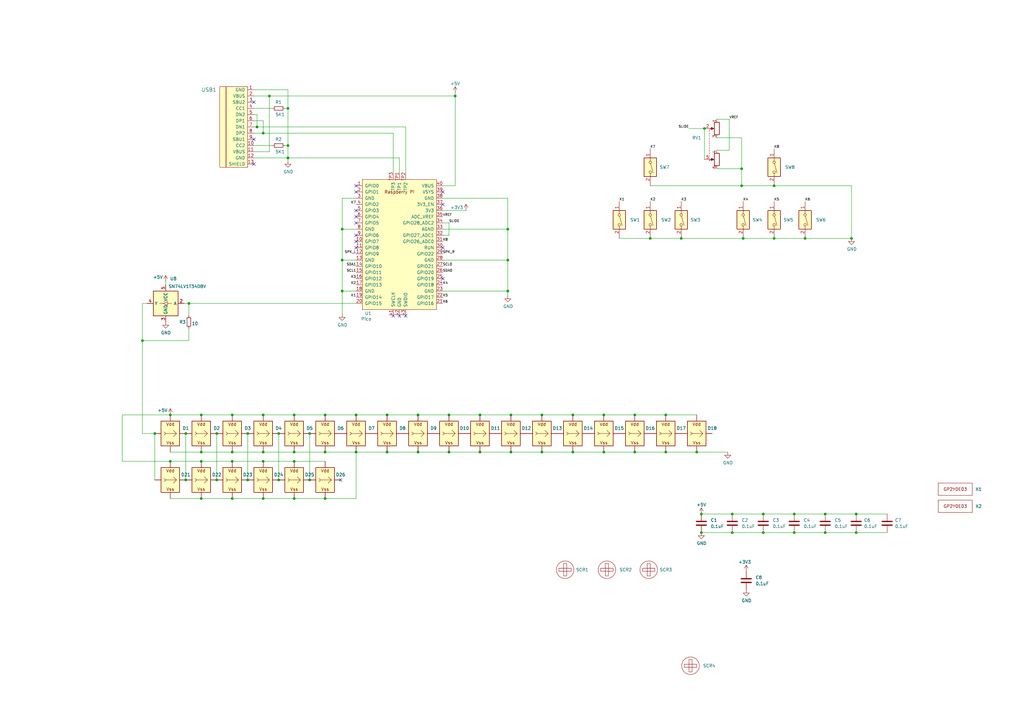
<source format=kicad_sch>
(kicad_sch (version 20211123) (generator eeschema)
  (paper "A3")
  (lib_symbols
    (symbol "Device:C" (pin_numbers hide) (pin_names (offset 0.254))
      (property "Reference" "C" (at 0.635 2.54 0))
      (property "Value" "C" (at 0.635 -2.54 0))
      (symbol "C_0_1"
        (polyline (pts (xy -2.032 -0.762) (xy 2.032 -0.762)) (stroke (width 0.508)))
        (polyline (pts (xy -2.032 0.762) (xy 2.032 0.762)) (stroke (width 0.508)))
      )
      (symbol "C_1_1"
        (pin passive line (at 0 3.81 270) (length 2.794) (name "~") (number "1"))
        (pin passive line (at 0 -3.81 90) (length 2.794) (name "~") (number "2"))
      )
    )
    (symbol "Device:R_Potentiometer_Dual" (pin_names (offset 1.016) hide)
      (property "Reference" "RV" (at 0 3.81 0))
      (property "Value" "R_Potentiometer_Dual" (at 0 1.905 0))
      (symbol "R_Potentiometer_Dual_0_1"
        (rectangle (start -8.89 -1.524) (end -3.81 -3.556) (stroke (width 0.254)))
        (polyline (pts (xy -6.35 0) (xy -6.35 -1.016)))
        (polyline (pts (xy -6.35 0) (xy -6.35 -1.016)))
        (polyline (pts (xy -6.35 0) (xy -5.842 0.508)))
        (polyline (pts (xy -5.588 0.508) (xy -5.08 0.508)))
        (polyline (pts (xy -4.572 0.508) (xy -4.064 0.508)))
        (polyline (pts (xy -3.556 0.508) (xy -3.048 0.508)))
        (polyline (pts (xy -2.54 0.508) (xy -2.032 0.508)))
        (polyline (pts (xy -1.524 0.508) (xy -1.016 0.508)))
        (polyline (pts (xy -0.508 0.508) (xy 0 0.508)))
        (polyline (pts (xy 0.508 0.508) (xy 1.016 0.508)))
        (polyline (pts (xy 1.524 0.508) (xy 2.032 0.508)))
        (polyline (pts (xy 2.54 0.508) (xy 3.048 0.508)))
        (polyline (pts (xy 3.556 0.508) (xy 4.064 0.508)))
        (polyline (pts (xy 4.572 0.508) (xy 5.08 0.508)))
        (polyline (pts (xy 5.588 0.508) (xy 6.096 0.508)))
        (polyline (pts (xy 6.35 0) (xy 6.35 -1.016)))
        (polyline (pts (xy 6.35 0) (xy 6.35 -1.016)))
        (polyline (pts (xy 6.604 0.508) (xy 6.858 0.508) (xy 6.35 0)))
        (polyline (pts (xy -6.35 -1.397) (xy -6.858 -0.254) (xy -5.842 -0.254) (xy -6.35 -1.397)) (fill (type outline)))
        (polyline (pts (xy 6.35 -1.397) (xy 5.842 -0.254) (xy 6.858 -0.254) (xy 6.35 -1.397)) (fill (type outline)))
        (rectangle (start 3.81 -1.524) (end 8.89 -3.556) (stroke (width 0.254)))
      )
      (symbol "R_Potentiometer_Dual_1_1"
        (pin passive line (at -10.16 -2.54 0) (length 1.27) (name "1") (number "1"))
        (pin passive line (at -6.35 2.54 270) (length 2.54) (name "2") (number "2"))
        (pin passive line (at -2.54 -2.54 180) (length 1.27) (name "3") (number "3"))
        (pin passive line (at 2.54 -2.54 0) (length 1.27) (name "4") (number "4"))
        (pin passive line (at 6.35 2.54 270) (length 2.54) (name "5") (number "5"))
        (pin passive line (at 10.16 -2.54 180) (length 1.27) (name "6") (number "6"))
      )
    )
    (symbol "Device:R_Small" (pin_numbers hide) (pin_names (offset 0.254) hide)
      (property "Reference" "R" (at 0.762 0.508 0))
      (property "Value" "R_Small" (at 0.762 -1.016 0))
      (symbol "R_Small_0_1"
        (rectangle (start -0.762 1.778) (end 0.762 -1.778) (stroke (width 0.2032)))
      )
      (symbol "R_Small_1_1"
        (pin passive line (at 0 2.54 270) (length 0.762) (name "~") (number "1"))
        (pin passive line (at 0 -2.54 90) (length 0.762) (name "~") (number "2"))
      )
    )
    (symbol "Logic_LevelTranslator:SN74LV1T34DBV"
      (property "Reference" "U" (at 5.08 6.35 0))
      (property "Value" "SN74LV1T34DBV" (at 5.08 3.81 0))
      (symbol "SN74LV1T34DBV_0_1"
        (rectangle (start -5.08 5.08) (end 5.08 -5.08) (stroke (width 0.254)) (fill (type background)))
        (polyline (pts (xy -0.762 0) (xy -2.54 0)))
        (polyline (pts (xy 1.016 0) (xy 2.54 0)))
      )
      (symbol "SN74LV1T34DBV_1_1"
        (polyline (pts (xy -0.762 -0.762) (xy -0.762 0.762) (xy 1.016 0) (xy -0.762 -0.762)))
        (pin no_connect line (at -5.08 2.54 0) (length 2.54) hide (name "NC") (number "1"))
        (pin input line (at -7.62 0 0) (length 2.54) (name "A") (number "2"))
        (pin power_in line (at 0 -7.62 90) (length 2.54) (name "GND") (number "3"))
        (pin output line (at 7.62 0 180) (length 2.54) (name "Y") (number "4"))
        (pin power_in line (at 0 7.62 270) (length 2.54) (name "VCC") (number "5"))
      )
    )
    (symbol "MCU_RaspberryPi_and_Boards:Pico" (pin_names (offset 1.016))
      (property "Reference" "U" (at -13.97 27.94 0))
      (property "Value" "Pico" (at 0 19.05 0))
      (symbol "Pico_0_0"
        (text "Raspberry Pi" (at 0 21.59 0) (effects (font (size 1.27 1.27))))
      )
      (symbol "Pico_0_1"
        (rectangle (start -15.24 26.67) (end 15.24 -26.67) (fill (type background)))
      )
      (symbol "Pico_1_1"
        (pin bidirectional line (at -17.78 24.13 0) (length 2.54) (name "GPIO0") (number "1"))
        (pin bidirectional line (at -17.78 1.27 0) (length 2.54) (name "GPIO7") (number "10"))
        (pin bidirectional line (at -17.78 -1.27 0) (length 2.54) (name "GPIO8") (number "11"))
        (pin bidirectional line (at -17.78 -3.81 0) (length 2.54) (name "GPIO9") (number "12"))
        (pin power_in line (at -17.78 -6.35 0) (length 2.54) (name "GND") (number "13"))
        (pin bidirectional line (at -17.78 -8.89 0) (length 2.54) (name "GPIO10") (number "14"))
        (pin bidirectional line (at -17.78 -11.43 0) (length 2.54) (name "GPIO11") (number "15"))
        (pin bidirectional line (at -17.78 -13.97 0) (length 2.54) (name "GPIO12") (number "16"))
        (pin bidirectional line (at -17.78 -16.51 0) (length 2.54) (name "GPIO13") (number "17"))
        (pin power_in line (at -17.78 -19.05 0) (length 2.54) (name "GND") (number "18"))
        (pin bidirectional line (at -17.78 -21.59 0) (length 2.54) (name "GPIO14") (number "19"))
        (pin bidirectional line (at -17.78 21.59 0) (length 2.54) (name "GPIO1") (number "2"))
        (pin bidirectional line (at -17.78 -24.13 0) (length 2.54) (name "GPIO15") (number "20"))
        (pin bidirectional line (at 17.78 -24.13 180) (length 2.54) (name "GPIO16") (number "21"))
        (pin bidirectional line (at 17.78 -21.59 180) (length 2.54) (name "GPIO17") (number "22"))
        (pin power_in line (at 17.78 -19.05 180) (length 2.54) (name "GND") (number "23"))
        (pin bidirectional line (at 17.78 -16.51 180) (length 2.54) (name "GPIO18") (number "24"))
        (pin bidirectional line (at 17.78 -13.97 180) (length 2.54) (name "GPIO19") (number "25"))
        (pin bidirectional line (at 17.78 -11.43 180) (length 2.54) (name "GPIO20") (number "26"))
        (pin bidirectional line (at 17.78 -8.89 180) (length 2.54) (name "GPIO21") (number "27"))
        (pin power_in line (at 17.78 -6.35 180) (length 2.54) (name "GND") (number "28"))
        (pin bidirectional line (at 17.78 -3.81 180) (length 2.54) (name "GPIO22") (number "29"))
        (pin power_in line (at -17.78 19.05 0) (length 2.54) (name "GND") (number "3"))
        (pin input line (at 17.78 -1.27 180) (length 2.54) (name "RUN") (number "30"))
        (pin bidirectional line (at 17.78 1.27 180) (length 2.54) (name "GPIO26_ADC0") (number "31"))
        (pin bidirectional line (at 17.78 3.81 180) (length 2.54) (name "GPIO27_ADC1") (number "32"))
        (pin power_in line (at 17.78 6.35 180) (length 2.54) (name "AGND") (number "33"))
        (pin bidirectional line (at 17.78 8.89 180) (length 2.54) (name "GPIO28_ADC2") (number "34"))
        (pin unspecified line (at 17.78 11.43 180) (length 2.54) (name "ADC_VREF") (number "35"))
        (pin unspecified line (at 17.78 13.97 180) (length 2.54) (name "3V3") (number "36"))
        (pin input line (at 17.78 16.51 180) (length 2.54) (name "3V3_EN") (number "37"))
        (pin bidirectional line (at 17.78 19.05 180) (length 2.54) (name "GND") (number "38"))
        (pin unspecified line (at 17.78 21.59 180) (length 2.54) (name "VSYS") (number "39"))
        (pin bidirectional line (at -17.78 16.51 0) (length 2.54) (name "GPIO2") (number "4"))
        (pin unspecified line (at 17.78 24.13 180) (length 2.54) (name "VBUS") (number "40"))
        (pin input line (at -2.54 -29.21 90) (length 2.54) (name "SWCLK") (number "41"))
        (pin power_in line (at 0 -29.21 90) (length 2.54) (name "GND") (number "42"))
        (pin bidirectional line (at 2.54 -29.21 90) (length 2.54) (name "SWDIO") (number "43"))
        (pin bidirectional line (at -17.78 13.97 0) (length 2.54) (name "GPIO3") (number "5"))
        (pin bidirectional line (at -17.78 11.43 0) (length 2.54) (name "GPIO4") (number "6"))
        (pin bidirectional line (at -17.78 8.89 0) (length 2.54) (name "GPIO5") (number "7"))
        (pin power_in line (at -17.78 6.35 0) (length 2.54) (name "GND") (number "8"))
        (pin bidirectional line (at -17.78 3.81 0) (length 2.54) (name "GPIO6") (number "9"))
        (pin unspecified line (at 0 29.21 270) (length 2.54) (name "TP1") (number "TP1"))
        (pin bidirectional line (at 2.54 29.21 270) (length 2.54) (name "TP2") (number "TP2"))
        (pin bidirectional line (at -2.54 29.21 270) (length 2.54) (name "TP3") (number "TP3"))
      )
    )
    (symbol "Switch:SW_DIP_x01" (pin_names (offset 0) hide)
      (property "Reference" "SW" (at 0 3.81 0))
      (property "Value" "SW_DIP_x01" (at 0 -3.81 0))
      (symbol "SW_DIP_x01_0_0"
        (circle (center -2.032 0) (radius 0.508))
        (polyline (pts (xy -1.524 0.127) (xy 2.3622 1.1684)))
        (circle (center 2.032 0) (radius 0.508))
      )
      (symbol "SW_DIP_x01_0_1"
        (rectangle (start -3.81 2.54) (end 3.81 -2.54) (stroke (width 0.254)) (fill (type background)))
      )
      (symbol "SW_DIP_x01_1_1"
        (pin passive line (at -7.62 0 0) (length 5.08) (name "~") (number "1"))
        (pin passive line (at 7.62 0 180) (length 5.08) (name "~") (number "2"))
      )
    )
    (symbol "Type-C:HRO-TYPE-C-31-M-12" (pin_names (offset 1.016))
      (property "Reference" "USB" (at -5.08 16.51 0))
      (property "Value" "HRO-TYPE-C-31-M-12" (at -10.16 -1.27 90))
      (symbol "HRO-TYPE-C-31-M-12_0_1"
        (rectangle (start -11.43 15.24) (end -8.89 -17.78) (fill (type background)))
        (rectangle (start 0 -17.78) (end -8.89 15.24) (fill (type background)))
      )
      (symbol "HRO-TYPE-C-31-M-12_1_1"
        (pin input line (at 2.54 13.97 180) (length 2.54) (name "GND") (number "1"))
        (pin input line (at 2.54 -8.89 180) (length 2.54) (name "CC2") (number "10"))
        (pin input line (at 2.54 -11.43 180) (length 2.54) (name "VBUS") (number "11"))
        (pin input line (at 2.54 -13.97 180) (length 2.54) (name "GND") (number "12"))
        (pin input line (at 2.54 -16.51 180) (length 2.54) (name "SHIELD") (number "13"))
        (pin input line (at 2.54 11.43 180) (length 2.54) (name "VBUS") (number "2"))
        (pin input line (at 2.54 8.89 180) (length 2.54) (name "SBU2") (number "3"))
        (pin input line (at 2.54 6.35 180) (length 2.54) (name "CC1") (number "4"))
        (pin input line (at 2.54 3.81 180) (length 2.54) (name "DN2") (number "5"))
        (pin input line (at 2.54 1.27 180) (length 2.54) (name "DP1") (number "6"))
        (pin input line (at 2.54 -1.27 180) (length 2.54) (name "DN1") (number "7"))
        (pin input line (at 2.54 -3.81 180) (length 2.54) (name "DP2") (number "8"))
        (pin input line (at 2.54 -6.35 180) (length 2.54) (name "SBU1") (number "9"))
      )
    )
    (symbol "geki_main:GP2Y0E03_REAL"
      (property "Reference" "X" (at 0 0 0))
      (symbol "GP2Y0E03_REAL_0_0"
        (rectangle (start -6.985 -1.905) (end 6.985 -6.985))
        (text "GP2Y0E03" (at 0 -4.445 0) (effects (font (size 1.27 1.27))))
      )
    )
    (symbol "geki_main:WS2812B_Unified" (pin_numbers hide) (pin_names (offset 0.254) hide)
      (property "Reference" "D10" (at 2.54 6.35 0))
      (symbol "WS2812B_Unified_0_0"
        (polyline (pts (xy -1.905 0) (xy 2.54 0) (xy 1.27 1.27)))
        (text "Vdd" (at 0 3.81 0) (effects (font (size 1.27 1.27))))
        (text "Vss" (at 0 -3.81 0) (effects (font (size 1.27 1.27))))
      )
      (symbol "WS2812B_Unified_0_1"
        (rectangle (start -3.81 5.08) (end 3.81 -5.08) (stroke (width 0.254)) (fill (type background)))
        (polyline (pts (xy 1.27 -1.27) (xy 2.54 0)))
        (polyline (pts (xy -2.54 0.635) (xy -1.905 0) (xy -2.54 -0.635)))
      )
      (symbol "WS2812B_Unified_1_1"
        (pin power_in line (at 0 -7.62 90) (length 2.54) (name "VSS") (number "G"))
        (pin input line (at -6.35 0 0) (length 2.54) (name "In") (number "I"))
        (pin output line (at 6.35 0 180) (length 2.54) (name "Out") (number "O"))
        (pin power_in line (at 0 7.62 270) (length 2.54) (name "VDD") (number "V"))
      )
    )
    (symbol "iidx_teeny:ScrewHole" (pin_names (offset 0) hide)
      (property "Reference" "SCR?" (at 0.635 -5.715 0))
      (symbol "ScrewHole_0_1"
        (rectangle (start -2.54 0.635) (end 2.54 -0.635))
        (rectangle (start -0.635 2.54) (end 0.635 -2.54))
        (circle (center 0 0) (radius 3.5921))
      )
    )
    (symbol "power:+3V3" (power) (pin_names (offset 0))
      (property "Value" "+3V3" (at 0 3.556 0))
      (symbol "+3V3_0_1"
        (polyline (pts (xy -0.762 1.27) (xy 0 2.54)))
        (polyline (pts (xy 0 0) (xy 0 2.54)))
        (polyline (pts (xy 0 2.54) (xy 0.762 1.27)))
      )
      (symbol "+3V3_1_1"
        (pin power_in line (at 0 0 90) (length 0) hide (name "+3V3") (number "1"))
      )
    )
    (symbol "power:+5V" (power) (pin_names (offset 0))
      (property "Value" "+5V" (at 0 3.556 0))
      (symbol "+5V_0_1"
        (polyline (pts (xy -0.762 1.27) (xy 0 2.54)))
        (polyline (pts (xy 0 0) (xy 0 2.54)))
        (polyline (pts (xy 0 2.54) (xy 0.762 1.27)))
      )
      (symbol "+5V_1_1"
        (pin power_in line (at 0 0 90) (length 0) hide (name "+5V") (number "1"))
      )
    )
    (symbol "power:GND" (power) (pin_names (offset 0))
      (property "Value" "GND" (at 0 -3.81 0))
      (symbol "GND_0_1"
        (polyline (pts (xy 0 0) (xy 0 -1.27) (xy 1.27 -1.27) (xy 0 -2.54) (xy -1.27 -1.27) (xy 0 -1.27)))
      )
      (symbol "GND_1_1"
        (pin power_in line (at 0 0 270) (length 0) hide (name "GND") (number "1"))
      )
    )
  )
  (junction (at 120.65 185.42))
  (junction (at 58.42 139.7))
  (junction (at 158.75 170.18))
  (junction (at 107.95 54.61))
  (junction (at 133.35 204.47))
  (junction (at 338.455 218.44))
  (junction (at 107.95 185.42))
  (junction (at 186.69 39.37))
  (junction (at 247.65 170.18))
  (junction (at 260.35 170.18))
  (junction (at 273.05 170.18))
  (junction (at 260.35 185.42))
  (junction (at 101.6 177.8))
  (junction (at 196.85 185.42))
  (junction (at 330.2 97.79))
  (junction (at 171.45 170.18))
  (junction (at 349.25 97.79))
  (junction (at 133.35 185.42))
  (junction (at 114.3 177.8))
  (junction (at 273.05 185.42))
  (junction (at 120.65 170.18))
  (junction (at 146.05 185.42))
  (junction (at 300.355 218.44))
  (junction (at 287.655 210.82))
  (junction (at 63.5 177.8))
  (junction (at 196.85 170.18))
  (junction (at 234.95 185.42))
  (junction (at 107.95 189.23))
  (junction (at 95.25 204.47))
  (junction (at 127 196.85))
  (junction (at 140.335 119.38))
  (junction (at 120.65 189.23))
  (junction (at 317.5 76.2))
  (junction (at 110.49 39.37))
  (junction (at 95.25 185.42))
  (junction (at 287.655 218.44))
  (junction (at 69.85 189.23))
  (junction (at 304.165 76.2))
  (junction (at 351.155 218.44))
  (junction (at 351.155 210.82))
  (junction (at 118.11 64.77))
  (junction (at 317.5 97.79))
  (junction (at 266.7 97.79))
  (junction (at 76.2 177.8))
  (junction (at 285.75 185.42))
  (junction (at 114.3 196.85))
  (junction (at 133.35 170.18))
  (junction (at 146.05 170.18))
  (junction (at 288.925 52.705))
  (junction (at 325.755 210.82))
  (junction (at 76.2 196.85))
  (junction (at 82.55 204.47))
  (junction (at 247.65 185.42))
  (junction (at 325.755 218.44))
  (junction (at 184.15 185.42))
  (junction (at 304.165 69.215))
  (junction (at 300.355 210.82))
  (junction (at 120.65 204.47))
  (junction (at 171.45 185.42))
  (junction (at 313.055 210.82))
  (junction (at 107.95 204.47))
  (junction (at 95.25 189.23))
  (junction (at 88.9 196.85))
  (junction (at 338.455 210.82))
  (junction (at 118.11 59.69))
  (junction (at 140.335 106.68))
  (junction (at 118.11 44.45))
  (junction (at 82.55 170.18))
  (junction (at 234.95 170.18))
  (junction (at 222.25 185.42))
  (junction (at 209.55 170.18))
  (junction (at 127 177.8))
  (junction (at 77.47 124.46))
  (junction (at 107.95 170.18))
  (junction (at 140.335 93.98))
  (junction (at 82.55 189.23))
  (junction (at 209.55 185.42))
  (junction (at 95.25 170.18))
  (junction (at 222.25 170.18))
  (junction (at 101.6 196.85))
  (junction (at 69.85 170.18))
  (junction (at 208.28 106.68))
  (junction (at 208.28 93.98))
  (junction (at 82.55 185.42))
  (junction (at 158.75 185.42))
  (junction (at 88.9 177.8))
  (junction (at 105.41 52.07))
  (junction (at 304.8 97.79))
  (junction (at 313.055 218.44))
  (junction (at 208.28 119.38))
  (junction (at 279.4 97.79))
  (junction (at 184.15 170.18))
  (no_connect (at 163.83 129.54))
  (no_connect (at 181.61 114.3))
  (no_connect (at 146.05 99.06))
  (no_connect (at 139.7 196.85))
  (no_connect (at 104.14 67.31))
  (no_connect (at 104.14 41.91))
  (no_connect (at 104.14 57.15))
  (no_connect (at 181.61 101.6))
  (no_connect (at 181.61 78.74))
  (no_connect (at 181.61 83.82))
  (no_connect (at 161.29 129.54))
  (no_connect (at 146.05 78.74))
  (no_connect (at 146.05 96.52))
  (no_connect (at 146.05 76.2))
  (no_connect (at 146.05 86.36))
  (no_connect (at 166.37 129.54))
  (no_connect (at 146.05 101.6))
  (no_connect (at 146.05 91.44))
  (no_connect (at 146.05 88.9))
  (wire (pts (xy 118.11 36.83) (xy 118.11 44.45)))
  (wire (pts (xy 181.61 86.36) (xy 191.135 86.36)))
  (wire (pts (xy 140.335 81.28) (xy 140.335 93.98)))
  (wire (pts (xy 266.7 97.79) (xy 279.4 97.79)))
  (wire (pts (xy 171.45 185.42) (xy 184.15 185.42)))
  (wire (pts (xy 77.47 124.46) (xy 146.05 124.46)))
  (wire (pts (xy 222.25 185.42) (xy 234.95 185.42)))
  (wire (pts (xy 58.42 139.7) (xy 58.42 124.46)))
  (wire (pts (xy 69.85 204.47) (xy 82.55 204.47)))
  (wire (pts (xy 282.575 52.705) (xy 288.925 52.705)))
  (wire (pts (xy 181.61 119.38) (xy 208.28 119.38)))
  (wire (pts (xy 50.165 170.18) (xy 50.165 189.23)))
  (wire (pts (xy 351.155 218.44) (xy 363.855 218.44)))
  (wire (pts (xy 104.14 52.07) (xy 105.41 52.07)))
  (wire (pts (xy 247.65 170.18) (xy 260.35 170.18)))
  (wire (pts (xy 266.7 76.2) (xy 304.165 76.2)))
  (wire (pts (xy 110.49 62.23) (xy 110.49 39.37)))
  (wire (pts (xy 50.165 189.23) (xy 69.85 189.23)))
  (wire (pts (xy 146.05 170.18) (xy 158.75 170.18)))
  (wire (pts (xy 208.28 81.28) (xy 208.28 93.98)))
  (wire (pts (xy 63.5 177.8) (xy 63.5 196.85)))
  (wire (pts (xy 304.165 56.515) (xy 304.165 69.215)))
  (wire (pts (xy 114.3 177.8) (xy 114.3 196.85)))
  (wire (pts (xy 95.25 185.42) (xy 107.95 185.42)))
  (wire (pts (xy 196.85 185.42) (xy 209.55 185.42)))
  (wire (pts (xy 58.42 124.46) (xy 60.325 124.46)))
  (wire (pts (xy 234.95 170.18) (xy 247.65 170.18)))
  (wire (pts (xy 101.6 177.8) (xy 101.6 196.85)))
  (wire (pts (xy 161.29 54.61) (xy 107.95 54.61)))
  (wire (pts (xy 95.25 189.23) (xy 107.95 189.23)))
  (wire (pts (xy 285.75 185.42) (xy 298.45 185.42)))
  (wire (pts (xy 317.5 76.2) (xy 349.25 76.2)))
  (wire (pts (xy 317.5 97.79) (xy 330.2 97.79)))
  (wire (pts (xy 120.65 204.47) (xy 133.35 204.47)))
  (wire (pts (xy 349.25 76.2) (xy 349.25 97.79)))
  (wire (pts (xy 82.55 189.23) (xy 95.25 189.23)))
  (wire (pts (xy 234.95 185.42) (xy 247.65 185.42)))
  (wire (pts (xy 304.165 69.215) (xy 304.165 76.2)))
  (wire (pts (xy 140.335 93.98) (xy 140.335 106.68)))
  (wire (pts (xy 208.28 119.38) (xy 208.28 121.285)))
  (wire (pts (xy 260.35 185.42) (xy 273.05 185.42)))
  (wire (pts (xy 273.05 170.18) (xy 285.75 170.18)))
  (wire (pts (xy 133.35 185.42) (xy 146.05 185.42)))
  (wire (pts (xy 300.355 210.82) (xy 313.055 210.82)))
  (wire (pts (xy 120.65 170.18) (xy 133.35 170.18)))
  (wire (pts (xy 133.35 170.18) (xy 146.05 170.18)))
  (wire (pts (xy 105.41 46.99) (xy 105.41 52.07)))
  (wire (pts (xy 76.2 177.8) (xy 76.2 196.85)))
  (wire (pts (xy 166.37 52.07) (xy 105.41 52.07)))
  (wire (pts (xy 313.055 218.44) (xy 325.755 218.44)))
  (wire (pts (xy 209.55 170.18) (xy 222.25 170.18)))
  (wire (pts (xy 294.005 56.515) (xy 304.165 56.515)))
  (wire (pts (xy 104.14 64.77) (xy 118.11 64.77)))
  (wire (pts (xy 107.95 49.53) (xy 107.95 54.61)))
  (wire (pts (xy 107.95 204.47) (xy 120.65 204.47)))
  (wire (pts (xy 260.35 170.18) (xy 273.05 170.18)))
  (wire (pts (xy 166.37 71.12) (xy 166.37 52.07)))
  (wire (pts (xy 254 97.79) (xy 266.7 97.79)))
  (wire (pts (xy 294.005 61.595) (xy 299.085 61.595)))
  (wire (pts (xy 77.47 124.46) (xy 77.47 129.54)))
  (wire (pts (xy 88.9 177.8) (xy 88.9 196.85)))
  (wire (pts (xy 163.83 71.12) (xy 163.83 64.77)))
  (wire (pts (xy 77.47 139.7) (xy 58.42 139.7)))
  (wire (pts (xy 82.55 170.18) (xy 95.25 170.18)))
  (wire (pts (xy 120.65 185.42) (xy 133.35 185.42)))
  (wire (pts (xy 184.15 91.44) (xy 184.15 96.52)))
  (wire (pts (xy 287.655 218.44) (xy 300.355 218.44)))
  (wire (pts (xy 171.45 170.18) (xy 184.15 170.18)))
  (wire (pts (xy 82.55 204.47) (xy 95.25 204.47)))
  (wire (pts (xy 104.14 62.23) (xy 110.49 62.23)))
  (wire (pts (xy 110.49 39.37) (xy 186.69 39.37)))
  (wire (pts (xy 104.14 54.61) (xy 107.95 54.61)))
  (wire (pts (xy 95.25 170.18) (xy 107.95 170.18)))
  (wire (pts (xy 104.14 59.69) (xy 111.76 59.69)))
  (wire (pts (xy 107.95 185.42) (xy 120.65 185.42)))
  (wire (pts (xy 161.29 71.12) (xy 161.29 54.61)))
  (wire (pts (xy 140.335 106.68) (xy 140.335 119.38)))
  (wire (pts (xy 300.355 218.44) (xy 313.055 218.44)))
  (wire (pts (xy 104.14 44.45) (xy 111.76 44.45)))
  (wire (pts (xy 69.85 189.23) (xy 82.55 189.23)))
  (wire (pts (xy 313.055 210.82) (xy 325.755 210.82)))
  (wire (pts (xy 107.95 170.18) (xy 120.65 170.18)))
  (wire (pts (xy 58.42 139.7) (xy 58.42 177.8)))
  (wire (pts (xy 247.65 185.42) (xy 260.35 185.42)))
  (wire (pts (xy 118.11 59.69) (xy 116.84 59.69)))
  (wire (pts (xy 163.83 64.77) (xy 118.11 64.77)))
  (wire (pts (xy 104.14 36.83) (xy 118.11 36.83)))
  (wire (pts (xy 273.05 185.42) (xy 285.75 185.42)))
  (wire (pts (xy 104.14 39.37) (xy 110.49 39.37)))
  (wire (pts (xy 184.15 185.42) (xy 196.85 185.42)))
  (wire (pts (xy 338.455 218.44) (xy 351.155 218.44)))
  (wire (pts (xy 158.75 170.18) (xy 171.45 170.18)))
  (wire (pts (xy 146.05 81.28) (xy 140.335 81.28)))
  (wire (pts (xy 140.335 119.38) (xy 146.05 119.38)))
  (wire (pts (xy 208.28 106.68) (xy 208.28 119.38)))
  (wire (pts (xy 146.05 204.47) (xy 146.05 185.42)))
  (wire (pts (xy 77.47 134.62) (xy 77.47 139.7)))
  (wire (pts (xy 146.05 185.42) (xy 158.75 185.42)))
  (wire (pts (xy 158.75 185.42) (xy 171.45 185.42)))
  (wire (pts (xy 181.61 81.28) (xy 208.28 81.28)))
  (wire (pts (xy 304.8 97.79) (xy 317.5 97.79)))
  (wire (pts (xy 338.455 210.82) (xy 351.155 210.82)))
  (wire (pts (xy 304.165 76.2) (xy 317.5 76.2)))
  (wire (pts (xy 181.61 106.68) (xy 208.28 106.68)))
  (wire (pts (xy 67.945 115.57) (xy 67.945 116.84)))
  (wire (pts (xy 118.11 44.45) (xy 118.11 59.69)))
  (wire (pts (xy 133.35 204.47) (xy 146.05 204.47)))
  (wire (pts (xy 82.55 185.42) (xy 95.25 185.42)))
  (wire (pts (xy 208.28 93.98) (xy 208.28 106.68)))
  (wire (pts (xy 196.85 170.18) (xy 209.55 170.18)))
  (wire (pts (xy 118.11 64.77) (xy 118.11 66.04)))
  (wire (pts (xy 325.755 218.44) (xy 338.455 218.44)))
  (wire (pts (xy 299.085 61.595) (xy 299.085 48.895)))
  (wire (pts (xy 181.61 93.98) (xy 208.28 93.98)))
  (wire (pts (xy 120.65 189.23) (xy 133.35 189.23)))
  (wire (pts (xy 209.55 185.42) (xy 222.25 185.42)))
  (wire (pts (xy 184.15 96.52) (xy 181.61 96.52)))
  (wire (pts (xy 184.15 170.18) (xy 196.85 170.18)))
  (wire (pts (xy 186.69 39.37) (xy 186.69 38.1)))
  (wire (pts (xy 58.42 177.8) (xy 63.5 177.8)))
  (wire (pts (xy 104.14 49.53) (xy 107.95 49.53)))
  (wire (pts (xy 118.11 59.69) (xy 118.11 64.77)))
  (wire (pts (xy 181.61 91.44) (xy 184.15 91.44)))
  (wire (pts (xy 222.25 170.18) (xy 234.95 170.18)))
  (wire (pts (xy 287.655 210.82) (xy 300.355 210.82)))
  (wire (pts (xy 104.14 46.99) (xy 105.41 46.99)))
  (wire (pts (xy 299.085 48.895) (xy 294.005 48.895)))
  (wire (pts (xy 140.335 93.98) (xy 146.05 93.98)))
  (wire (pts (xy 118.11 44.45) (xy 116.84 44.45)))
  (wire (pts (xy 69.85 185.42) (xy 82.55 185.42)))
  (wire (pts (xy 181.61 76.2) (xy 186.69 76.2)))
  (wire (pts (xy 77.47 124.46) (xy 75.565 124.46)))
  (wire (pts (xy 330.2 97.79) (xy 349.25 97.79)))
  (wire (pts (xy 69.85 170.18) (xy 82.55 170.18)))
  (wire (pts (xy 127 177.8) (xy 127 196.85)))
  (wire (pts (xy 107.95 189.23) (xy 120.65 189.23)))
  (wire (pts (xy 186.69 39.37) (xy 186.69 76.2)))
  (wire (pts (xy 140.335 119.38) (xy 140.335 128.905)))
  (wire (pts (xy 304.165 69.215) (xy 294.005 69.215)))
  (wire (pts (xy 140.335 106.68) (xy 146.05 106.68)))
  (wire (pts (xy 325.755 210.82) (xy 338.455 210.82)))
  (wire (pts (xy 288.925 52.705) (xy 288.925 65.405)))
  (wire (pts (xy 69.85 170.18) (xy 50.165 170.18)))
  (wire (pts (xy 351.155 210.82) (xy 363.855 210.82)))
  (wire (pts (xy 279.4 97.79) (xy 304.8 97.79)))
  (wire (pts (xy 95.25 204.47) (xy 107.95 204.47)))
  (label "K1" (at 146.05 121.92 180) (effects (font (size 1 1))))
  (label "K6" (at 330.2 82.55 0) (effects (font (size 1 1))))
  (label "SDA0" (at 181.61 111.76 0) (effects (font (size 1 1))))
  (label "SPK_R" (at 181.61 104.14 0) (effects (font (size 1 1))))
  (label "K3" (at 279.4 82.55 0) (effects (font (size 1 1))))
  (label "K5" (at 317.5 82.55 0) (effects (font (size 1 1))))
  (label "VREF" (at 299.085 48.895 0) (effects (font (size 1 1))))
  (label "K6" (at 181.61 124.46 0) (effects (font (size 1 1))))
  (label "VREF" (at 181.61 88.9 0) (effects (font (size 1 1))))
  (label "SCL1" (at 146.05 111.76 180) (effects (font (size 1 1))))
  (label "K4" (at 304.8 82.55 0) (effects (font (size 1 1))))
  (label "K7" (at 146.05 83.82 180) (effects (font (size 1 1))))
  (label "SDA1" (at 146.05 109.22 180) (effects (font (size 1 1))))
  (label "K4" (at 181.61 116.84 0) (effects (font (size 1 1))))
  (label "K5" (at 181.61 121.92 0) (effects (font (size 1 1))))
  (label "SLIDE" (at 282.575 52.705 180) (effects (font (size 1 1))))
  (label "K2" (at 146.05 116.84 180) (effects (font (size 1 1))))
  (label "SPK_L" (at 146.05 104.14 180) (effects (font (size 1 1))))
  (label "K3" (at 146.05 114.3 180) (effects (font (size 1 1))))
  (label "K2" (at 266.7 82.55 0) (effects (font (size 1 1))))
  (label "K8" (at 181.61 99.06 0) (effects (font (size 1 1))))
  (label "K7" (at 266.7 60.96 0) (effects (font (size 1 1))))
  (label "SLIDE" (at 184.15 91.44 0) (effects (font (size 1 1))))
  (label "SCL0" (at 181.61 109.22 0) (effects (font (size 1 1))))
  (label "K1" (at 254 82.55 0) (effects (font (size 1 1))))
  (label "K8" (at 317.5 60.96 0) (effects (font (size 1 1))))
  (symbol (lib_id "MCU_RaspberryPi_and_Boards:Pico") (at 163.83 100.33 0) (unit 1)
    (property "Reference" "U1" (at 152.4 128.4986 0) (effects (justify right)))
    (property "Value" "Pico" (at 152.4 130.81 0) (effects (justify right)))
    (property "Footprint" "geki_main:RPi_Pico_SMD_Pins_Strip" (effects hide))
  )
  (symbol (lib_id "Type-C:HRO-TYPE-C-31-M-12") (at 101.6 50.8 0) (unit 1)
    (property "Reference" "USB1" (at 82.55 36.83 0) (effects (font (size 1.524 1.524)) (justify left)))
    (property "Value" "U262-161N-4BVC11" (effects hide))
    (property "Footprint" "Type-C:HRO-TYPE-C-31-M-12-Assembly" (effects hide))
    (property "LCSC" "C319148" (effects hide))
  )
  (symbol (lib_id "power:GND") (at 118.11 66.04 0) (unit 1)
    (property "Reference" "#PWR0112" (effects hide))
    (property "Value" "GND" (at 118.237 70.4342 0))
  )
  (symbol (lib_id "power:+5V") (at 186.69 38.1 0) (unit 1)
    (property "Reference" "#PWR0114" (effects hide))
    (property "Value" "+5V" (at 186.69 34.29 0))
  )
  (symbol (lib_id "Device:R_Small") (at 114.3 59.69 90) (unit 1)
    (property "Reference" "R2" (at 115.57 57.15 90) (effects (justify left)))
    (property "Value" "5K1" (at 116.84 62.23 90) (effects (justify left)))
    (property "Footprint" "Resistor_SMD:R_0603_1608Metric" (effects hide))
    (property "LCSC" "C23186" (effects hide))
  )
  (symbol (lib_id "Device:R_Small") (at 114.3 44.45 90) (unit 1)
    (property "Reference" "R1" (at 115.57 41.91 90) (effects (justify left)))
    (property "Value" "5K1" (at 116.84 46.99 90) (effects (justify left)))
    (property "Footprint" "Resistor_SMD:R_0603_1608Metric" (effects hide))
    (property "LCSC" "C23186" (effects hide))
  )
  (symbol (lib_id "geki_main:GP2Y0E03_REAL") (at 391.795 196.215 0) (unit 1)
    (property "Reference" "X1" (at 400.05 200.6599 0) (effects (justify left)))
    (property "Value" "GP2Y0E03_REAL" (effects hide))
    (property "Footprint" "geki_main:GP2Y0E03_REAL" (effects hide))
  )
  (symbol (lib_id "geki_main:WS2812B_Unified") (at 273.05 177.8 0) (unit 1)
    (property "Reference" "D17" (at 279.4 175.641 0))
    (property "Value" "WS2812B_Unified" (effects hide))
    (property "Footprint" "geki_main:WS2812B-2835" (effects hide))
  )
  (symbol (lib_id "geki_main:GP2Y0E03_REAL") (at 391.795 203.2 0) (unit 1)
    (property "Reference" "X2" (at 400.05 207.6449 0) (effects (justify left)))
    (property "Value" "GP2Y0E03_REAL" (effects hide))
    (property "Footprint" "geki_main:GP2Y0E03_REAL" (effects hide))
  )
  (symbol (lib_id "Device:C") (at 325.755 214.63 0) (unit 1)
    (property "Reference" "C4" (at 329.565 213.3599 0) (effects (justify left)))
    (property "Value" "0.1uF" (at 329.565 215.8999 0) (effects (justify left)))
    (property "Footprint" "Capacitor_SMD:C_0603_1608Metric_Pad1.08x0.95mm_HandSolder" (effects hide))
  )
  (symbol (lib_id "geki_main:WS2812B_Unified") (at 146.05 177.8 0) (unit 1)
    (property "Reference" "D7" (at 152.4 175.641 0))
    (property "Value" "WS2812B_Unified" (effects hide))
    (property "Footprint" "geki_main:WS2812B-2835" (effects hide))
  )
  (symbol (lib_id "Device:C") (at 313.055 214.63 0) (unit 1)
    (property "Reference" "C3" (at 316.865 213.3599 0) (effects (justify left)))
    (property "Value" "0.1uF" (at 316.865 215.8999 0) (effects (justify left)))
    (property "Footprint" "Capacitor_SMD:C_0603_1608Metric_Pad1.08x0.95mm_HandSolder" (effects hide))
  )
  (symbol (lib_id "geki_main:WS2812B_Unified") (at 171.45 177.8 0) (unit 1)
    (property "Reference" "D9" (at 177.8 175.641 0))
    (property "Value" "WS2812B_Unified" (effects hide))
    (property "Footprint" "geki_main:WS2812B-2835" (effects hide))
  )
  (symbol (lib_id "geki_main:WS2812B_Unified") (at 69.85 177.8 0) (unit 1)
    (property "Reference" "D1" (at 76.2 175.641 0))
    (property "Value" "WS2812B_Unified" (effects hide))
    (property "Footprint" "geki_main:WS2812B-2835" (effects hide))
  )
  (symbol (lib_id "power:+3V3") (at 306.07 234.315 0) (unit 1)
    (property "Reference" "#PWR0105" (effects hide))
    (property "Value" "+3V3" (at 305.435 230.505 0))
  )
  (symbol (lib_id "power:GND") (at 306.07 241.935 0) (unit 1)
    (property "Reference" "#PWR0116" (effects hide))
    (property "Value" "GND" (at 306.197 246.3292 0))
  )
  (symbol (lib_id "Switch:SW_DIP_x01") (at 266.7 68.58 270) (unit 1)
    (property "Reference" "SW7" (at 270.51 68.5799 90) (effects (justify left)))
    (property "Value" "SW_DIP_x01" (effects hide))
    (property "Footprint" "geki_main:SW_Kailh_Choc_V1V2_1.00u_LED" (effects hide))
  )
  (symbol (lib_id "Device:R_Small") (at 77.47 132.08 180) (unit 1)
    (property "Reference" "R3" (at 76.2 132.08 0) (effects (justify left)))
    (property "Value" "10" (at 81.28 132.715 0) (effects (justify left)))
    (property "Footprint" "Resistor_SMD:R_0603_1608Metric" (effects hide))
    (property "LCSC" "C23186" (effects hide))
  )
  (symbol (lib_id "power:GND") (at 140.335 128.905 0) (unit 1)
    (property "Reference" "#PWR0125" (effects hide))
    (property "Value" "GND" (at 140.462 133.2992 0))
  )
  (symbol (lib_id "power:GND") (at 208.28 121.285 0) (unit 1)
    (property "Reference" "#PWR0103" (effects hide))
    (property "Value" "GND" (at 208.407 125.6792 0))
  )
  (symbol (lib_id "power:+5V") (at 67.945 115.57 0) (unit 1)
    (property "Reference" "#PWR0117" (effects hide))
    (property "Value" "+5V" (at 64.77 113.665 0))
  )
  (symbol (lib_id "geki_main:WS2812B_Unified") (at 69.85 196.85 0) (unit 1)
    (property "Reference" "D21" (at 76.2 194.691 0))
    (property "Value" "WS2812B_Unified" (effects hide))
    (property "Footprint" "geki_main:WS2812B-2835" (effects hide))
  )
  (symbol (lib_id "geki_main:WS2812B_Unified") (at 184.15 177.8 0) (unit 1)
    (property "Reference" "D10" (at 190.5 175.641 0))
    (property "Value" "WS2812B_Unified" (effects hide))
    (property "Footprint" "geki_main:WS2812B-2835" (effects hide))
  )
  (symbol (lib_id "geki_main:WS2812B_Unified") (at 222.25 177.8 0) (unit 1)
    (property "Reference" "D13" (at 228.6 175.641 0))
    (property "Value" "WS2812B_Unified" (effects hide))
    (property "Footprint" "geki_main:WS2812B-2835" (effects hide))
  )
  (symbol (lib_id "Device:C") (at 306.07 238.125 0) (unit 1)
    (property "Reference" "C8" (at 309.88 236.8549 0) (effects (justify left)))
    (property "Value" "0.1uF" (at 309.88 239.3949 0) (effects (justify left)))
    (property "Footprint" "Capacitor_SMD:C_0603_1608Metric_Pad1.08x0.95mm_HandSolder" (effects hide))
  )
  (symbol (lib_id "Switch:SW_DIP_x01") (at 279.4 90.17 270) (unit 1)
    (property "Reference" "SW3" (at 283.21 90.1699 90) (effects (justify left)))
    (property "Value" "SW_DIP_x01" (effects hide))
    (property "Footprint" "geki_main:SW_Kailh_Choc_V1V2_1.00u_LED" (effects hide))
  )
  (symbol (lib_id "Device:C") (at 363.855 214.63 0) (unit 1)
    (property "Reference" "C7" (at 367.03 213.3599 0) (effects (justify left)))
    (property "Value" "0.1uF" (at 367.03 215.8999 0) (effects (justify left)))
    (property "Footprint" "Capacitor_SMD:C_0603_1608Metric_Pad1.08x0.95mm_HandSolder" (effects hide))
  )
  (symbol (lib_id "iidx_teeny:ScrewHole") (at 248.92 233.68 0) (unit 1)
    (property "Reference" "SCR2" (at 254 233.6799 0) (effects (justify left)))
    (property "Value" "ScrewHole" (effects hide))
    (property "Footprint" "geki_main:MountingHole_3.2mm_M3" (effects hide))
  )
  (symbol (lib_id "Switch:SW_DIP_x01") (at 330.2 90.17 270) (unit 1)
    (property "Reference" "SW6" (at 334.645 90.1699 90) (effects (justify left)))
    (property "Value" "SW_DIP_x01" (effects hide))
    (property "Footprint" "geki_main:SW_Kailh_Choc_V1V2_1.00u_LED" (effects hide))
  )
  (symbol (lib_id "power:GND") (at 67.945 132.08 0) (unit 1)
    (property "Reference" "#PWR0113" (effects hide))
    (property "Value" "GND" (at 68.072 136.4742 0))
  )
  (symbol (lib_id "geki_main:WS2812B_Unified") (at 196.85 177.8 0) (unit 1)
    (property "Reference" "D11" (at 203.2 175.641 0))
    (property "Value" "WS2812B_Unified" (effects hide))
    (property "Footprint" "geki_main:WS2812B-2835" (effects hide))
  )
  (symbol (lib_id "Device:R_Potentiometer_Dual") (at 291.465 59.055 90) (mirror x) (unit 1)
    (property "Reference" "RV1" (at 285.75 56.515 90))
    (property "Value" "R_Potentiometer_Dual" (effects hide))
    (property "Footprint" "geki_main:RS45112A400G_RS45N1214001" (effects hide))
  )
  (symbol (lib_id "geki_main:WS2812B_Unified") (at 209.55 177.8 0) (unit 1)
    (property "Reference" "D12" (at 215.9 175.641 0))
    (property "Value" "WS2812B_Unified" (effects hide))
    (property "Footprint" "geki_main:WS2812B-2835" (effects hide))
  )
  (symbol (lib_id "geki_main:WS2812B_Unified") (at 107.95 196.85 0) (unit 1)
    (property "Reference" "D24" (at 114.3 194.691 0))
    (property "Value" "WS2812B_Unified" (effects hide))
    (property "Footprint" "geki_main:WS2812B-2835" (effects hide))
  )
  (symbol (lib_id "Device:C") (at 338.455 214.63 0) (unit 1)
    (property "Reference" "C5" (at 342.265 213.3599 0) (effects (justify left)))
    (property "Value" "0.1uF" (at 342.265 215.8999 0) (effects (justify left)))
    (property "Footprint" "Capacitor_SMD:C_0603_1608Metric_Pad1.08x0.95mm_HandSolder" (effects hide))
  )
  (symbol (lib_id "Device:C") (at 351.155 214.63 0) (unit 1)
    (property "Reference" "C6" (at 354.33 213.3599 0) (effects (justify left)))
    (property "Value" "0.1uF" (at 354.33 215.8999 0) (effects (justify left)))
    (property "Footprint" "Capacitor_SMD:C_0603_1608Metric_Pad1.08x0.95mm_HandSolder" (effects hide))
  )
  (symbol (lib_id "geki_main:WS2812B_Unified") (at 158.75 177.8 0) (unit 1)
    (property "Reference" "D8" (at 165.1 175.641 0))
    (property "Value" "WS2812B_Unified" (effects hide))
    (property "Footprint" "geki_main:WS2812B-2835" (effects hide))
  )
  (symbol (lib_id "power:GND") (at 298.45 185.42 0) (unit 1)
    (property "Reference" "#PWR0101" (effects hide))
    (property "Value" "GND" (at 298.577 189.8142 0))
  )
  (symbol (lib_id "Switch:SW_DIP_x01") (at 317.5 68.58 270) (unit 1)
    (property "Reference" "SW8" (at 321.945 68.5799 90) (effects (justify left)))
    (property "Value" "SW_DIP_x01" (effects hide))
    (property "Footprint" "geki_main:SW_Kailh_Choc_V1V2_1.00u_LED" (effects hide))
  )
  (symbol (lib_id "geki_main:WS2812B_Unified") (at 82.55 196.85 0) (unit 1)
    (property "Reference" "D22" (at 88.9 194.691 0))
    (property "Value" "WS2812B_Unified" (effects hide))
    (property "Footprint" "geki_main:WS2812B-2835" (effects hide))
  )
  (symbol (lib_id "Switch:SW_DIP_x01") (at 266.7 90.17 270) (unit 1)
    (property "Reference" "SW2" (at 271.145 90.1699 90) (effects (justify left)))
    (property "Value" "SW_DIP_x01" (effects hide))
    (property "Footprint" "geki_main:SW_Kailh_Choc_V1V2_1.00u_LED" (effects hide))
  )
  (symbol (lib_id "power:GND") (at 349.25 97.79 0) (unit 1)
    (property "Reference" "#PWR0108" (effects hide))
    (property "Value" "GND" (at 349.377 102.1842 0))
  )
  (symbol (lib_id "geki_main:WS2812B_Unified") (at 120.65 177.8 0) (unit 1)
    (property "Reference" "D5" (at 127 175.641 0))
    (property "Value" "WS2812B_Unified" (effects hide))
    (property "Footprint" "geki_main:WS2812B-2835" (effects hide))
  )
  (symbol (lib_id "Switch:SW_DIP_x01") (at 254 90.17 270) (unit 1)
    (property "Reference" "SW1" (at 258.445 90.1699 90) (effects (justify left)))
    (property "Value" "SW_DIP_x01" (effects hide))
    (property "Footprint" "geki_main:SW_Kailh_Choc_V1V2_1.00u_LED" (effects hide))
  )
  (symbol (lib_id "geki_main:WS2812B_Unified") (at 234.95 177.8 0) (unit 1)
    (property "Reference" "D14" (at 241.3 175.641 0))
    (property "Value" "WS2812B_Unified" (effects hide))
    (property "Footprint" "geki_main:WS2812B-2835" (effects hide))
  )
  (symbol (lib_id "geki_main:WS2812B_Unified") (at 120.65 196.85 0) (unit 1)
    (property "Reference" "D25" (at 127 194.691 0))
    (property "Value" "WS2812B_Unified" (effects hide))
    (property "Footprint" "geki_main:WS2812B-2835" (effects hide))
  )
  (symbol (lib_id "geki_main:WS2812B_Unified") (at 82.55 177.8 0) (unit 1)
    (property "Reference" "D2" (at 88.9 175.641 0))
    (property "Value" "WS2812B_Unified" (effects hide))
    (property "Footprint" "geki_main:WS2812B-2835" (effects hide))
  )
  (symbol (lib_id "Device:C") (at 287.655 214.63 0) (unit 1)
    (property "Reference" "C1" (at 291.465 213.3599 0) (effects (justify left)))
    (property "Value" "0.1uF" (at 291.465 215.8999 0) (effects (justify left)))
    (property "Footprint" "Capacitor_SMD:C_0603_1608Metric_Pad1.08x0.95mm_HandSolder" (effects hide))
  )
  (symbol (lib_id "geki_main:WS2812B_Unified") (at 260.35 177.8 0) (unit 1)
    (property "Reference" "D16" (at 266.7 175.641 0))
    (property "Value" "WS2812B_Unified" (effects hide))
    (property "Footprint" "geki_main:WS2812B-2835" (effects hide))
  )
  (symbol (lib_id "geki_main:WS2812B_Unified") (at 285.75 177.8 0) (unit 1)
    (property "Reference" "D18" (at 292.1 175.641 0))
    (property "Value" "WS2812B_Unified" (effects hide))
    (property "Footprint" "geki_main:WS2812B-2835" (effects hide))
  )
  (symbol (lib_id "power:+5V") (at 287.655 210.82 0) (unit 1)
    (property "Reference" "#PWR0107" (effects hide))
    (property "Value" "+5V" (at 287.655 207.01 0))
  )
  (symbol (lib_id "geki_main:WS2812B_Unified") (at 95.25 196.85 0) (unit 1)
    (property "Reference" "D23" (at 101.6 194.691 0))
    (property "Value" "WS2812B_Unified" (effects hide))
    (property "Footprint" "geki_main:WS2812B-2835" (effects hide))
  )
  (symbol (lib_id "power:+5V") (at 69.85 170.18 0) (unit 1)
    (property "Reference" "#PWR0102" (effects hide))
    (property "Value" "+5V" (at 66.675 168.275 0))
  )
  (symbol (lib_id "power:GND") (at 287.655 218.44 0) (unit 1)
    (property "Reference" "#PWR0106" (effects hide))
    (property "Value" "GND" (at 287.782 222.8342 0))
  )
  (symbol (lib_id "geki_main:WS2812B_Unified") (at 107.95 177.8 0) (unit 1)
    (property "Reference" "D4" (at 114.3 175.641 0))
    (property "Value" "WS2812B_Unified" (effects hide))
    (property "Footprint" "geki_main:WS2812B-2835" (effects hide))
  )
  (symbol (lib_id "iidx_teeny:ScrewHole") (at 283.21 273.05 0) (unit 1)
    (property "Reference" "SCR4" (at 288.29 273.0499 0) (effects (justify left)))
    (property "Value" "ScrewHole" (effects hide))
    (property "Footprint" "geki_main:MountingHole_3.2mm_M3" (effects hide))
  )
  (symbol (lib_id "iidx_teeny:ScrewHole") (at 231.775 233.68 0) (unit 1)
    (property "Reference" "SCR1" (at 236.22 233.6799 0) (effects (justify left)))
    (property "Value" "ScrewHole" (effects hide))
    (property "Footprint" "geki_main:MountingHole_3.2mm_M3" (effects hide))
  )
  (symbol (lib_id "Switch:SW_DIP_x01") (at 304.8 90.17 270) (unit 1)
    (property "Reference" "SW4" (at 308.61 90.1699 90) (effects (justify left)))
    (property "Value" "SW_DIP_x01" (effects hide))
    (property "Footprint" "geki_main:SW_Kailh_Choc_V1V2_1.00u_LED" (effects hide))
  )
  (symbol (lib_id "iidx_teeny:ScrewHole") (at 266.065 233.68 0) (unit 1)
    (property "Reference" "SCR3" (at 270.51 233.6799 0) (effects (justify left)))
    (property "Value" "ScrewHole" (effects hide))
    (property "Footprint" "geki_main:MountingHole_3.2mm_M3" (effects hide))
  )
  (symbol (lib_id "geki_main:WS2812B_Unified") (at 133.35 196.85 0) (unit 1)
    (property "Reference" "D26" (at 139.7 194.691 0))
    (property "Value" "WS2812B_Unified" (effects hide))
    (property "Footprint" "geki_main:WS2812B-2835" (effects hide))
  )
  (symbol (lib_id "power:+3V3") (at 191.135 86.36 0) (unit 1)
    (property "Reference" "#PWR0111" (effects hide))
    (property "Value" "+3V3" (at 187.325 85.09 0))
  )
  (symbol (lib_id "Logic_LevelTranslator:SN74LV1T34DBV") (at 67.945 124.46 0) (mirror y) (unit 1)
    (property "Reference" "U8" (at 71.12 114.3 0))
    (property "Value" "SN74LV1T34DBV" (at 76.835 117.475 0))
    (property "Footprint" "geki_main:SOT-23-5_Jumper" (effects hide))
    (property "Datasheet" "https://www.ti.com/lit/ds/symlink/sn74lv1t34.pdf" (effects hide))
  )
  (symbol (lib_id "geki_main:WS2812B_Unified") (at 247.65 177.8 0) (unit 1)
    (property "Reference" "D15" (at 254 175.641 0))
    (property "Value" "WS2812B_Unified" (effects hide))
    (property "Footprint" "geki_main:WS2812B-2835" (effects hide))
  )
  (symbol (lib_id "Switch:SW_DIP_x01") (at 317.5 90.17 270) (unit 1)
    (property "Reference" "SW5" (at 321.31 90.1699 90) (effects (justify left)))
    (property "Value" "SW_DIP_x01" (effects hide))
    (property "Footprint" "geki_main:SW_Kailh_Choc_V1V2_1.00u_LED" (effects hide))
  )
  (symbol (lib_id "geki_main:WS2812B_Unified") (at 133.35 177.8 0) (unit 1)
    (property "Reference" "D6" (at 139.7 175.641 0))
    (property "Value" "WS2812B_Unified" (effects hide))
    (property "Footprint" "geki_main:WS2812B-2835" (effects hide))
  )
  (symbol (lib_id "Device:C") (at 300.355 214.63 0) (unit 1)
    (property "Reference" "C2" (at 304.165 213.3599 0) (effects (justify left)))
    (property "Value" "0.1uF" (at 304.165 215.8999 0) (effects (justify left)))
    (property "Footprint" "Capacitor_SMD:C_0603_1608Metric_Pad1.08x0.95mm_HandSolder" (effects hide))
  )
  (symbol (lib_id "geki_main:WS2812B_Unified") (at 95.25 177.8 0) (unit 1)
    (property "Reference" "D3" (at 101.6 175.641 0))
    (property "Value" "WS2812B_Unified" (effects hide))
    (property "Footprint" "geki_main:WS2812B-2835" (effects hide))
  )
)
</source>
